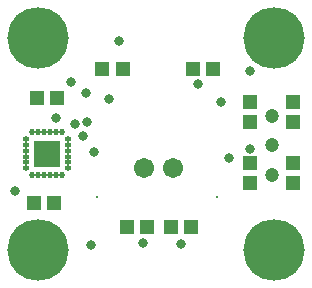
<source format=gts>
%FSLAX24Y24*%
%MOIN*%
G70*
G01*
G75*
G04 Layer_Color=8388736*
%ADD10R,0.0433X0.0394*%
%ADD11R,0.0394X0.0433*%
%ADD12R,0.0827X0.0827*%
%ADD13O,0.0157X0.0094*%
%ADD14O,0.0094X0.0157*%
%ADD15C,0.0100*%
%ADD16C,0.1969*%
%ADD17C,0.0591*%
%ADD18C,0.0394*%
%ADD19C,0.0240*%
%ADD20R,0.0299X0.2835*%
%ADD21C,0.0098*%
%ADD22C,0.0005*%
%ADD23C,0.0020*%
%ADD24C,0.0060*%
%ADD25R,0.0513X0.0474*%
%ADD26R,0.0474X0.0513*%
%ADD27R,0.0907X0.0907*%
%ADD28O,0.0237X0.0174*%
%ADD29O,0.0174X0.0237*%
%ADD30C,0.2049*%
%ADD31C,0.0671*%
%ADD32C,0.0474*%
%ADD33C,0.0080*%
%ADD34C,0.0320*%
D25*
X5090Y783D02*
D03*
X4421D02*
D03*
X-37Y5096D02*
D03*
X632D02*
D03*
X515Y1589D02*
D03*
X-154D02*
D03*
X5163Y6063D02*
D03*
X5832D02*
D03*
X2812Y6063D02*
D03*
X2142D02*
D03*
X2945Y773D02*
D03*
X3615D02*
D03*
D26*
X7065Y2235D02*
D03*
Y2905D02*
D03*
X8508Y2908D02*
D03*
Y2239D02*
D03*
X7047Y4274D02*
D03*
Y4943D02*
D03*
X8494Y4952D02*
D03*
Y4283D02*
D03*
D27*
X297Y3228D02*
D03*
D28*
X1006Y3130D02*
D03*
Y2933D02*
D03*
Y2736D02*
D03*
Y3327D02*
D03*
Y3524D02*
D03*
Y3720D02*
D03*
X-411D02*
D03*
Y3524D02*
D03*
Y3327D02*
D03*
Y2736D02*
D03*
Y2933D02*
D03*
Y3130D02*
D03*
D29*
X396Y2520D02*
D03*
X593D02*
D03*
X789D02*
D03*
X199D02*
D03*
X2D02*
D03*
X-195D02*
D03*
Y3937D02*
D03*
X2D02*
D03*
X199D02*
D03*
X789D02*
D03*
X593D02*
D03*
X396D02*
D03*
D30*
X-0Y-0D02*
D03*
X7874D02*
D03*
Y7087D02*
D03*
X-0D02*
D03*
D31*
X3525Y2744D02*
D03*
X4509D02*
D03*
D32*
X7787Y2519D02*
D03*
Y4488D02*
D03*
Y3504D02*
D03*
D33*
X1967Y1774D02*
D03*
X5967D02*
D03*
D34*
X-787Y1995D02*
D03*
X1848Y3274D02*
D03*
X1510Y3823D02*
D03*
X2376Y5045D02*
D03*
X1623Y4268D02*
D03*
X6350Y3093D02*
D03*
X6094Y4931D02*
D03*
X593Y4429D02*
D03*
X5313Y5539D02*
D03*
X1589Y5250D02*
D03*
X1093Y5600D02*
D03*
X4746Y201D02*
D03*
X3478Y244D02*
D03*
X1750Y193D02*
D03*
X1233Y4225D02*
D03*
X7053Y3365D02*
D03*
Y5965D02*
D03*
X2697Y6969D02*
D03*
M02*

</source>
